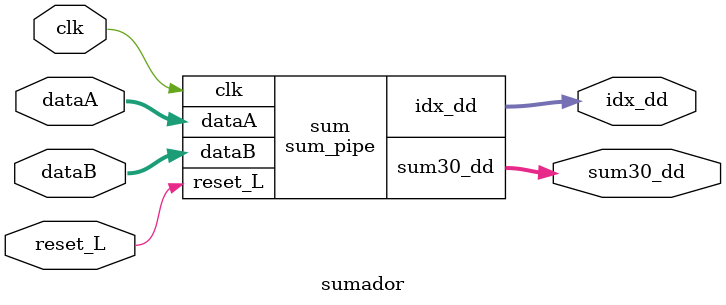
<source format=v>
/* Generated by Yosys 0.9 (git sha1 UNKNOWN, clang 12.0.0 -fPIC -Os) */

(* src = "sum_pipe.v:1" *)
module sum_pipe(clk, reset_L, dataA, dataB, sum30_dd, idx_dd);
  (* src = "sum_pipe.v:36" *)
  wire [3:0] _00_;
  wire _01_;
  wire _02_;
  wire _03_;
  wire _04_;
  wire _05_;
  wire _06_;
  wire _07_;
  wire _08_;
  wire _09_;
  wire _10_;
  wire _11_;
  wire _12_;
  wire _13_;
  wire _14_;
  wire _15_;
  wire _16_;
  wire _17_;
  (* src = "sum_pipe.v:7" *)
  (* unused_bits = "0" *)
  wire [1:0] acarreo;
  (* src = "sum_pipe.v:7" *)
  wire [1:0] acarreo_d;
  (* src = "sum_pipe.v:2" *)
  input clk;
  (* src = "sum_pipe.v:3" *)
  input [3:0] dataA;
  (* src = "sum_pipe.v:9" *)
  (* unused_bits = "0 1" *)
  wire [3:0] dataA_d;
  (* src = "sum_pipe.v:9" *)
  (* unused_bits = "0 1" *)
  wire [3:0] dataAant;
  (* src = "sum_pipe.v:3" *)
  input [3:0] dataB;
  (* src = "sum_pipe.v:9" *)
  (* unused_bits = "0 1" *)
  wire [3:0] dataB_d;
  (* src = "sum_pipe.v:9" *)
  (* unused_bits = "0 1" *)
  wire [3:0] dataBant;
  (* src = "sum_pipe.v:9" *)
  wire [3:0] idx;
  (* src = "sum_pipe.v:9" *)
  wire [3:0] idx_d;
  (* src = "sum_pipe.v:4" *)
  output [3:0] idx_dd;
  (* src = "sum_pipe.v:2" *)
  input reset_L;
  (* src = "sum_pipe.v:10" *)
  wire [1:0] sum10_d;
  (* src = "sum_pipe.v:9" *)
  wire [3:0] sum30_d;
  (* src = "sum_pipe.v:4" *)
  output [3:0] sum30_dd;
  NOT _18_ (
    .A(dataA_d[2]),
    .Y(_01_)
  );
  NOT _19_ (
    .A(dataB_d[2]),
    .Y(_02_)
  );
  NAND _20_ (
    .A(dataB[3]),
    .B(reset_L),
    .Y(_03_)
  );
  NOT _21_ (
    .A(_03_),
    .Y(dataBant[3])
  );
  NAND _22_ (
    .A(reset_L),
    .B(dataA[2]),
    .Y(_04_)
  );
  NOT _23_ (
    .A(_04_),
    .Y(dataAant[2])
  );
  NAND _24_ (
    .A(reset_L),
    .B(dataA[3]),
    .Y(_05_)
  );
  NOT _25_ (
    .A(_05_),
    .Y(dataAant[3])
  );
  NAND _26_ (
    .A(reset_L),
    .B(dataB[2]),
    .Y(_06_)
  );
  NOT _27_ (
    .A(_06_),
    .Y(dataBant[2])
  );
  NOR _28_ (
    .A(_01_),
    .B(_02_),
    .Y(_07_)
  );
  NAND _29_ (
    .A(dataA_d[2]),
    .B(dataB_d[2]),
    .Y(_08_)
  );
  NOR _30_ (
    .A(dataA_d[3]),
    .B(dataB_d[3]),
    .Y(_09_)
  );
  NOT _31_ (
    .A(_09_),
    .Y(_10_)
  );
  NAND _32_ (
    .A(dataA_d[3]),
    .B(dataB_d[3]),
    .Y(_11_)
  );
  NOT _33_ (
    .A(_11_),
    .Y(_12_)
  );
  NAND _34_ (
    .A(_10_),
    .B(_11_),
    .Y(_13_)
  );
  NOR _35_ (
    .A(_09_),
    .B(_12_),
    .Y(_14_)
  );
  NAND _36_ (
    .A(_08_),
    .B(_14_),
    .Y(_15_)
  );
  NAND _37_ (
    .A(_07_),
    .B(_13_),
    .Y(_16_)
  );
  NAND _38_ (
    .A(_15_),
    .B(_16_),
    .Y(_00_[3])
  );
  NOR _39_ (
    .A(dataA_d[2]),
    .B(dataB_d[2]),
    .Y(_17_)
  );
  NOR _40_ (
    .A(_07_),
    .B(_17_),
    .Y(_00_[2])
  );
  (* src = "sum_pipe.v:36" *)
  DFF _41_ (
    .C(clk),
    .D(_00_[2]),
    .Q(sum30_dd[2])
  );
  (* src = "sum_pipe.v:36" *)
  DFF _42_ (
    .C(clk),
    .D(_00_[3]),
    .Q(sum30_dd[3])
  );
  (* src = "sum_pipe.v:36" *)
  DFF _43_ (
    .C(clk),
    .D(dataAant[2]),
    .Q(dataA_d[2])
  );
  (* src = "sum_pipe.v:36" *)
  DFF _44_ (
    .C(clk),
    .D(dataAant[3]),
    .Q(dataA_d[3])
  );
  (* src = "sum_pipe.v:36" *)
  DFF _45_ (
    .C(clk),
    .D(dataBant[2]),
    .Q(dataB_d[2])
  );
  (* src = "sum_pipe.v:36" *)
  DFF _46_ (
    .C(clk),
    .D(dataBant[3]),
    .Q(dataB_d[3])
  );
  assign _00_[1:0] = 2'h0;
  assign acarreo[1] = 1'h0;
  assign acarreo_d = 2'h0;
  assign idx = 4'h0;
  assign idx_d = 4'h0;
  assign idx_dd = 4'h0;
  assign sum10_d = 2'h0;
  assign sum30_d = 4'h0;
  assign sum30_dd[1:0] = 2'h0;
endmodule

(* top =  1  *)
(* src = "sumador.v:3" *)
module sumador(clk, reset_L, dataA, dataB, sum30_dd, idx_dd);
  (* src = "sumador.v:4" *)
  input clk;
  (* src = "sumador.v:5" *)
  input [3:0] dataA;
  (* src = "sumador.v:5" *)
  input [3:0] dataB;
  (* src = "sumador.v:6" *)
  output [3:0] idx_dd;
  (* src = "sumador.v:4" *)
  input reset_L;
  (* src = "sumador.v:6" *)
  output [3:0] sum30_dd;
  (* module_not_derived = 32'd1 *)
  (* src = "sumador.v:9" *)
  sum_pipe sum (
    .clk(clk),
    .dataA(dataA),
    .dataB(dataB),
    .idx_dd(idx_dd),
    .reset_L(reset_L),
    .sum30_dd(sum30_dd)
  );
endmodule

</source>
